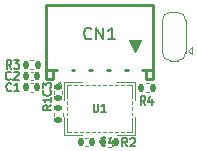
<source format=gto>
G04 #@! TF.GenerationSoftware,KiCad,Pcbnew,8.0.5-8.0.5-0~ubuntu22.04.1*
G04 #@! TF.CreationDate,2024-10-21T19:33:48-07:00*
G04 #@! TF.ProjectId,uSlime_BNO085,75536c69-6d65-45f4-924e-4f3038352e6b,rev?*
G04 #@! TF.SameCoordinates,Original*
G04 #@! TF.FileFunction,Legend,Top*
G04 #@! TF.FilePolarity,Positive*
%FSLAX46Y46*%
G04 Gerber Fmt 4.6, Leading zero omitted, Abs format (unit mm)*
G04 Created by KiCad (PCBNEW 8.0.5-8.0.5-0~ubuntu22.04.1) date 2024-10-21 19:33:48*
%MOMM*%
%LPD*%
G01*
G04 APERTURE LIST*
G04 Aperture macros list*
%AMRoundRect*
0 Rectangle with rounded corners*
0 $1 Rounding radius*
0 $2 $3 $4 $5 $6 $7 $8 $9 X,Y pos of 4 corners*
0 Add a 4 corners polygon primitive as box body*
4,1,4,$2,$3,$4,$5,$6,$7,$8,$9,$2,$3,0*
0 Add four circle primitives for the rounded corners*
1,1,$1+$1,$2,$3*
1,1,$1+$1,$4,$5*
1,1,$1+$1,$6,$7*
1,1,$1+$1,$8,$9*
0 Add four rect primitives between the rounded corners*
20,1,$1+$1,$2,$3,$4,$5,0*
20,1,$1+$1,$4,$5,$6,$7,0*
20,1,$1+$1,$6,$7,$8,$9,0*
20,1,$1+$1,$8,$9,$2,$3,0*%
%AMFreePoly0*
4,1,19,0.550000,-0.750000,0.000000,-0.750000,0.000000,-0.744911,-0.071157,-0.744911,-0.207708,-0.704816,-0.327430,-0.627875,-0.420627,-0.520320,-0.479746,-0.390866,-0.500000,-0.250000,-0.500000,0.250000,-0.479746,0.390866,-0.420627,0.520320,-0.327430,0.627875,-0.207708,0.704816,-0.071157,0.744911,0.000000,0.744911,0.000000,0.750000,0.550000,0.750000,0.550000,-0.750000,0.550000,-0.750000,
$1*%
%AMFreePoly1*
4,1,19,0.000000,0.744911,0.071157,0.744911,0.207708,0.704816,0.327430,0.627875,0.420627,0.520320,0.479746,0.390866,0.500000,0.250000,0.500000,-0.250000,0.479746,-0.390866,0.420627,-0.520320,0.327430,-0.627875,0.207708,-0.704816,0.071157,-0.744911,0.000000,-0.744911,0.000000,-0.750000,-0.550000,-0.750000,-0.550000,0.750000,0.000000,0.750000,0.000000,0.744911,0.000000,0.744911,
$1*%
G04 Aperture macros list end*
%ADD10C,0.150000*%
%ADD11C,0.152400*%
%ADD12C,0.120000*%
%ADD13C,0.254000*%
%ADD14C,0.101600*%
%ADD15RoundRect,0.140000X0.170000X-0.140000X0.170000X0.140000X-0.170000X0.140000X-0.170000X-0.140000X0*%
%ADD16RoundRect,0.140000X-0.140000X-0.170000X0.140000X-0.170000X0.140000X0.170000X-0.140000X0.170000X0*%
%ADD17RoundRect,0.135000X-0.135000X-0.185000X0.135000X-0.185000X0.135000X0.185000X-0.135000X0.185000X0*%
%ADD18C,3.100000*%
%ADD19FreePoly0,90.000000*%
%ADD20R,1.500000X1.000000*%
%ADD21FreePoly1,90.000000*%
%ADD22RoundRect,0.135000X0.135000X0.185000X-0.135000X0.185000X-0.135000X-0.185000X0.135000X-0.185000X0*%
%ADD23C,1.200000*%
%ADD24R,0.250000X0.914400*%
%ADD25R,0.812800X0.250000*%
%ADD26RoundRect,0.135000X-0.185000X0.135000X-0.185000X-0.135000X0.185000X-0.135000X0.185000X0.135000X0*%
G04 APERTURE END LIST*
D10*
X104849366Y-96766666D02*
X104882700Y-96799999D01*
X104882700Y-96799999D02*
X104916033Y-96899999D01*
X104916033Y-96899999D02*
X104916033Y-96966666D01*
X104916033Y-96966666D02*
X104882700Y-97066666D01*
X104882700Y-97066666D02*
X104816033Y-97133333D01*
X104816033Y-97133333D02*
X104749366Y-97166666D01*
X104749366Y-97166666D02*
X104616033Y-97199999D01*
X104616033Y-97199999D02*
X104516033Y-97199999D01*
X104516033Y-97199999D02*
X104382700Y-97166666D01*
X104382700Y-97166666D02*
X104316033Y-97133333D01*
X104316033Y-97133333D02*
X104249366Y-97066666D01*
X104249366Y-97066666D02*
X104216033Y-96966666D01*
X104216033Y-96966666D02*
X104216033Y-96899999D01*
X104216033Y-96899999D02*
X104249366Y-96799999D01*
X104249366Y-96799999D02*
X104282700Y-96766666D01*
X104216033Y-96533333D02*
X104216033Y-96099999D01*
X104216033Y-96099999D02*
X104482700Y-96333333D01*
X104482700Y-96333333D02*
X104482700Y-96233333D01*
X104482700Y-96233333D02*
X104516033Y-96166666D01*
X104516033Y-96166666D02*
X104549366Y-96133333D01*
X104549366Y-96133333D02*
X104616033Y-96099999D01*
X104616033Y-96099999D02*
X104782700Y-96099999D01*
X104782700Y-96099999D02*
X104849366Y-96133333D01*
X104849366Y-96133333D02*
X104882700Y-96166666D01*
X104882700Y-96166666D02*
X104916033Y-96233333D01*
X104916033Y-96233333D02*
X104916033Y-96433333D01*
X104916033Y-96433333D02*
X104882700Y-96499999D01*
X104882700Y-96499999D02*
X104849366Y-96533333D01*
X101483333Y-95799366D02*
X101450000Y-95832700D01*
X101450000Y-95832700D02*
X101350000Y-95866033D01*
X101350000Y-95866033D02*
X101283333Y-95866033D01*
X101283333Y-95866033D02*
X101183333Y-95832700D01*
X101183333Y-95832700D02*
X101116667Y-95766033D01*
X101116667Y-95766033D02*
X101083333Y-95699366D01*
X101083333Y-95699366D02*
X101050000Y-95566033D01*
X101050000Y-95566033D02*
X101050000Y-95466033D01*
X101050000Y-95466033D02*
X101083333Y-95332700D01*
X101083333Y-95332700D02*
X101116667Y-95266033D01*
X101116667Y-95266033D02*
X101183333Y-95199366D01*
X101183333Y-95199366D02*
X101283333Y-95166033D01*
X101283333Y-95166033D02*
X101350000Y-95166033D01*
X101350000Y-95166033D02*
X101450000Y-95199366D01*
X101450000Y-95199366D02*
X101483333Y-95232700D01*
X101750000Y-95232700D02*
X101783333Y-95199366D01*
X101783333Y-95199366D02*
X101850000Y-95166033D01*
X101850000Y-95166033D02*
X102016667Y-95166033D01*
X102016667Y-95166033D02*
X102083333Y-95199366D01*
X102083333Y-95199366D02*
X102116667Y-95232700D01*
X102116667Y-95232700D02*
X102150000Y-95299366D01*
X102150000Y-95299366D02*
X102150000Y-95366033D01*
X102150000Y-95366033D02*
X102116667Y-95466033D01*
X102116667Y-95466033D02*
X101716667Y-95866033D01*
X101716667Y-95866033D02*
X102150000Y-95866033D01*
X111333333Y-101492893D02*
X111100000Y-101159560D01*
X110933333Y-101492893D02*
X110933333Y-100792893D01*
X110933333Y-100792893D02*
X111200000Y-100792893D01*
X111200000Y-100792893D02*
X111266667Y-100826226D01*
X111266667Y-100826226D02*
X111300000Y-100859560D01*
X111300000Y-100859560D02*
X111333333Y-100926226D01*
X111333333Y-100926226D02*
X111333333Y-101026226D01*
X111333333Y-101026226D02*
X111300000Y-101092893D01*
X111300000Y-101092893D02*
X111266667Y-101126226D01*
X111266667Y-101126226D02*
X111200000Y-101159560D01*
X111200000Y-101159560D02*
X110933333Y-101159560D01*
X111600000Y-100859560D02*
X111633333Y-100826226D01*
X111633333Y-100826226D02*
X111700000Y-100792893D01*
X111700000Y-100792893D02*
X111866667Y-100792893D01*
X111866667Y-100792893D02*
X111933333Y-100826226D01*
X111933333Y-100826226D02*
X111966667Y-100859560D01*
X111966667Y-100859560D02*
X112000000Y-100926226D01*
X112000000Y-100926226D02*
X112000000Y-100992893D01*
X112000000Y-100992893D02*
X111966667Y-101092893D01*
X111966667Y-101092893D02*
X111566667Y-101492893D01*
X111566667Y-101492893D02*
X112000000Y-101492893D01*
X109503333Y-101372506D02*
X109470000Y-101405840D01*
X109470000Y-101405840D02*
X109370000Y-101439173D01*
X109370000Y-101439173D02*
X109303333Y-101439173D01*
X109303333Y-101439173D02*
X109203333Y-101405840D01*
X109203333Y-101405840D02*
X109136667Y-101339173D01*
X109136667Y-101339173D02*
X109103333Y-101272506D01*
X109103333Y-101272506D02*
X109070000Y-101139173D01*
X109070000Y-101139173D02*
X109070000Y-101039173D01*
X109070000Y-101039173D02*
X109103333Y-100905840D01*
X109103333Y-100905840D02*
X109136667Y-100839173D01*
X109136667Y-100839173D02*
X109203333Y-100772506D01*
X109203333Y-100772506D02*
X109303333Y-100739173D01*
X109303333Y-100739173D02*
X109370000Y-100739173D01*
X109370000Y-100739173D02*
X109470000Y-100772506D01*
X109470000Y-100772506D02*
X109503333Y-100805840D01*
X110103333Y-100972506D02*
X110103333Y-101439173D01*
X109936667Y-100705840D02*
X109770000Y-101205840D01*
X109770000Y-101205840D02*
X110203333Y-101205840D01*
X101533333Y-94916033D02*
X101300000Y-94582700D01*
X101133333Y-94916033D02*
X101133333Y-94216033D01*
X101133333Y-94216033D02*
X101400000Y-94216033D01*
X101400000Y-94216033D02*
X101466667Y-94249366D01*
X101466667Y-94249366D02*
X101500000Y-94282700D01*
X101500000Y-94282700D02*
X101533333Y-94349366D01*
X101533333Y-94349366D02*
X101533333Y-94449366D01*
X101533333Y-94449366D02*
X101500000Y-94516033D01*
X101500000Y-94516033D02*
X101466667Y-94549366D01*
X101466667Y-94549366D02*
X101400000Y-94582700D01*
X101400000Y-94582700D02*
X101133333Y-94582700D01*
X101766667Y-94216033D02*
X102200000Y-94216033D01*
X102200000Y-94216033D02*
X101966667Y-94482700D01*
X101966667Y-94482700D02*
X102066667Y-94482700D01*
X102066667Y-94482700D02*
X102133333Y-94516033D01*
X102133333Y-94516033D02*
X102166667Y-94549366D01*
X102166667Y-94549366D02*
X102200000Y-94616033D01*
X102200000Y-94616033D02*
X102200000Y-94782700D01*
X102200000Y-94782700D02*
X102166667Y-94849366D01*
X102166667Y-94849366D02*
X102133333Y-94882700D01*
X102133333Y-94882700D02*
X102066667Y-94916033D01*
X102066667Y-94916033D02*
X101866667Y-94916033D01*
X101866667Y-94916033D02*
X101800000Y-94882700D01*
X101800000Y-94882700D02*
X101766667Y-94849366D01*
X108309523Y-92359580D02*
X108261904Y-92407200D01*
X108261904Y-92407200D02*
X108119047Y-92454819D01*
X108119047Y-92454819D02*
X108023809Y-92454819D01*
X108023809Y-92454819D02*
X107880952Y-92407200D01*
X107880952Y-92407200D02*
X107785714Y-92311961D01*
X107785714Y-92311961D02*
X107738095Y-92216723D01*
X107738095Y-92216723D02*
X107690476Y-92026247D01*
X107690476Y-92026247D02*
X107690476Y-91883390D01*
X107690476Y-91883390D02*
X107738095Y-91692914D01*
X107738095Y-91692914D02*
X107785714Y-91597676D01*
X107785714Y-91597676D02*
X107880952Y-91502438D01*
X107880952Y-91502438D02*
X108023809Y-91454819D01*
X108023809Y-91454819D02*
X108119047Y-91454819D01*
X108119047Y-91454819D02*
X108261904Y-91502438D01*
X108261904Y-91502438D02*
X108309523Y-91550057D01*
X108738095Y-92454819D02*
X108738095Y-91454819D01*
X108738095Y-91454819D02*
X109309523Y-92454819D01*
X109309523Y-92454819D02*
X109309523Y-91454819D01*
X110309523Y-92454819D02*
X109738095Y-92454819D01*
X110023809Y-92454819D02*
X110023809Y-91454819D01*
X110023809Y-91454819D02*
X109928571Y-91597676D01*
X109928571Y-91597676D02*
X109833333Y-91692914D01*
X109833333Y-91692914D02*
X109738095Y-91740533D01*
X101533333Y-96749366D02*
X101500000Y-96782700D01*
X101500000Y-96782700D02*
X101400000Y-96816033D01*
X101400000Y-96816033D02*
X101333333Y-96816033D01*
X101333333Y-96816033D02*
X101233333Y-96782700D01*
X101233333Y-96782700D02*
X101166667Y-96716033D01*
X101166667Y-96716033D02*
X101133333Y-96649366D01*
X101133333Y-96649366D02*
X101100000Y-96516033D01*
X101100000Y-96516033D02*
X101100000Y-96416033D01*
X101100000Y-96416033D02*
X101133333Y-96282700D01*
X101133333Y-96282700D02*
X101166667Y-96216033D01*
X101166667Y-96216033D02*
X101233333Y-96149366D01*
X101233333Y-96149366D02*
X101333333Y-96116033D01*
X101333333Y-96116033D02*
X101400000Y-96116033D01*
X101400000Y-96116033D02*
X101500000Y-96149366D01*
X101500000Y-96149366D02*
X101533333Y-96182700D01*
X102200000Y-96816033D02*
X101800000Y-96816033D01*
X102000000Y-96816033D02*
X102000000Y-96116033D01*
X102000000Y-96116033D02*
X101933333Y-96216033D01*
X101933333Y-96216033D02*
X101866667Y-96282700D01*
X101866667Y-96282700D02*
X101800000Y-96316033D01*
D11*
X108498295Y-97937727D02*
X108498295Y-98471510D01*
X108498295Y-98471510D02*
X108529694Y-98534308D01*
X108529694Y-98534308D02*
X108561093Y-98565708D01*
X108561093Y-98565708D02*
X108623891Y-98597107D01*
X108623891Y-98597107D02*
X108749487Y-98597107D01*
X108749487Y-98597107D02*
X108812285Y-98565708D01*
X108812285Y-98565708D02*
X108843684Y-98534308D01*
X108843684Y-98534308D02*
X108875083Y-98471510D01*
X108875083Y-98471510D02*
X108875083Y-97937727D01*
X109534463Y-98597107D02*
X109157675Y-98597107D01*
X109346069Y-98597107D02*
X109346069Y-97937727D01*
X109346069Y-97937727D02*
X109283271Y-98031924D01*
X109283271Y-98031924D02*
X109220473Y-98094722D01*
X109220473Y-98094722D02*
X109157675Y-98126121D01*
D10*
X112883333Y-97966033D02*
X112650000Y-97632700D01*
X112483333Y-97966033D02*
X112483333Y-97266033D01*
X112483333Y-97266033D02*
X112750000Y-97266033D01*
X112750000Y-97266033D02*
X112816667Y-97299366D01*
X112816667Y-97299366D02*
X112850000Y-97332700D01*
X112850000Y-97332700D02*
X112883333Y-97399366D01*
X112883333Y-97399366D02*
X112883333Y-97499366D01*
X112883333Y-97499366D02*
X112850000Y-97566033D01*
X112850000Y-97566033D02*
X112816667Y-97599366D01*
X112816667Y-97599366D02*
X112750000Y-97632700D01*
X112750000Y-97632700D02*
X112483333Y-97632700D01*
X113483333Y-97499366D02*
X113483333Y-97966033D01*
X113316667Y-97232700D02*
X113150000Y-97732700D01*
X113150000Y-97732700D02*
X113583333Y-97732700D01*
X104916033Y-98016666D02*
X104582700Y-98249999D01*
X104916033Y-98416666D02*
X104216033Y-98416666D01*
X104216033Y-98416666D02*
X104216033Y-98149999D01*
X104216033Y-98149999D02*
X104249366Y-98083333D01*
X104249366Y-98083333D02*
X104282700Y-98049999D01*
X104282700Y-98049999D02*
X104349366Y-98016666D01*
X104349366Y-98016666D02*
X104449366Y-98016666D01*
X104449366Y-98016666D02*
X104516033Y-98049999D01*
X104516033Y-98049999D02*
X104549366Y-98083333D01*
X104549366Y-98083333D02*
X104582700Y-98149999D01*
X104582700Y-98149999D02*
X104582700Y-98416666D01*
X104916033Y-97349999D02*
X104916033Y-97749999D01*
X104916033Y-97549999D02*
X104216033Y-97549999D01*
X104216033Y-97549999D02*
X104316033Y-97616666D01*
X104316033Y-97616666D02*
X104382700Y-97683333D01*
X104382700Y-97683333D02*
X104416033Y-97749999D01*
D12*
X105140000Y-97057836D02*
X105140000Y-96842164D01*
X105860000Y-97057836D02*
X105860000Y-96842164D01*
X103162164Y-95190000D02*
X103377836Y-95190000D01*
X103162164Y-95910000D02*
X103377836Y-95910000D01*
X109696359Y-100770000D02*
X110003641Y-100770000D01*
X109696359Y-101530000D02*
X110003641Y-101530000D01*
X107792164Y-100790000D02*
X108007836Y-100790000D01*
X107792164Y-101510000D02*
X108007836Y-101510000D01*
X114307500Y-93600000D02*
X114307500Y-90800000D01*
X115007500Y-90150000D02*
X115607500Y-90150000D01*
X115607500Y-94250000D02*
X115007500Y-94250000D01*
X116307500Y-90800000D02*
X116307500Y-93600000D01*
X116507500Y-93400000D02*
X116807500Y-93100000D01*
X116507500Y-93400000D02*
X116807500Y-93700000D01*
X116807500Y-93700000D02*
X116807500Y-93100000D01*
X114307500Y-90850000D02*
G75*
G02*
X115007500Y-90150000I700000J0D01*
G01*
X115007500Y-94250000D02*
G75*
G02*
X114307500Y-93550000I-1J699999D01*
G01*
X115607500Y-90150000D02*
G75*
G02*
X116307500Y-90850000I0J-700000D01*
G01*
X116307500Y-93550000D02*
G75*
G02*
X115607500Y-94250000I-699999J-1D01*
G01*
X103403641Y-94220000D02*
X103096359Y-94220000D01*
X103403641Y-94980000D02*
X103096359Y-94980000D01*
D13*
X104495000Y-95800000D02*
X105045000Y-95800000D01*
X104505000Y-95800000D02*
X104505000Y-89500000D01*
X105045000Y-95800000D02*
X105045000Y-95041000D01*
X105365000Y-95040000D02*
X104496000Y-95040000D01*
X106875000Y-95041000D02*
X106635000Y-95041000D01*
X108375000Y-95041000D02*
X108135000Y-95041000D01*
X109875000Y-95041000D02*
X109635000Y-95041000D01*
X111375000Y-95041000D02*
X111135000Y-95041000D01*
X112955000Y-95800000D02*
X112955000Y-95041000D01*
X113505000Y-89500000D02*
X104505000Y-89500000D01*
X113505000Y-89500000D02*
X113505000Y-95800000D01*
X113505000Y-95041000D02*
X112635000Y-95041000D01*
X113505000Y-95800000D02*
X112955000Y-95800000D01*
D12*
X112005000Y-93500000D02*
X111505000Y-92500000D01*
X112505000Y-92500000D01*
X112005000Y-93500000D01*
G36*
X112005000Y-93500000D02*
G01*
X111505000Y-92500000D01*
X112505000Y-92500000D01*
X112005000Y-93500000D01*
G37*
X103162164Y-96140000D02*
X103377836Y-96140000D01*
X103162164Y-96860000D02*
X103377836Y-96860000D01*
D14*
X106000680Y-96050000D02*
X106000680Y-97550000D01*
X106000680Y-99050000D02*
X106000680Y-100550000D01*
X106250690Y-96299990D02*
X106250690Y-100299980D01*
X107500680Y-96050000D02*
X106000680Y-96050000D01*
X107500680Y-100550000D02*
X106000680Y-100550000D01*
X111750680Y-96299990D02*
X106250690Y-96299990D01*
X111750680Y-96299990D02*
X111750680Y-100299980D01*
X111750680Y-100299980D02*
X106250690Y-100299980D01*
X112000670Y-96050000D02*
X110500670Y-96050000D01*
X112000670Y-96050000D02*
X112000670Y-97550000D01*
X112000670Y-99050000D02*
X112000670Y-100550000D01*
X112000670Y-100550000D02*
X110500670Y-100550000D01*
D13*
X105754200Y-96316930D02*
G75*
G02*
X105504260Y-96316930I-124970J0D01*
G01*
X105504260Y-96316930D02*
G75*
G02*
X105754200Y-96316930I124970J0D01*
G01*
D12*
X113203641Y-96170000D02*
X112896359Y-96170000D01*
X113203641Y-96930000D02*
X112896359Y-96930000D01*
X105120000Y-98646359D02*
X105120000Y-98953641D01*
X105880000Y-98646359D02*
X105880000Y-98953641D01*
%LPC*%
D15*
X105500000Y-97430000D03*
X105500000Y-96470000D03*
D16*
X102790000Y-95550000D03*
X103750000Y-95550000D03*
D17*
X109340000Y-101150000D03*
X110360000Y-101150000D03*
D18*
X115100000Y-99900000D03*
D16*
X107420000Y-101150000D03*
X108380000Y-101150000D03*
D19*
X115307500Y-93500000D03*
D20*
X115307500Y-92200000D03*
D21*
X115307500Y-90900000D03*
D22*
X103760000Y-94600000D03*
X102740000Y-94600000D03*
D23*
X112005000Y-94500000D03*
X110505000Y-94500000D03*
X109005000Y-94500000D03*
X107505000Y-94500000D03*
X106005000Y-94500000D03*
D16*
X102790000Y-96500000D03*
X103750000Y-96500000D03*
D24*
X106753280Y-96622660D03*
D25*
X106562280Y-97549990D03*
X106562280Y-98053060D03*
X106562280Y-98553060D03*
X106562280Y-99053050D03*
D24*
X106753280Y-99975460D03*
X107253280Y-99975460D03*
X107753280Y-99975460D03*
X108253280Y-99975460D03*
X108753280Y-99975460D03*
X109253280Y-99975460D03*
X109753280Y-99975460D03*
X110253280Y-99975460D03*
X110753280Y-99975460D03*
X111261280Y-99975460D03*
D25*
X111388280Y-99053060D03*
X111388280Y-98553060D03*
X111388280Y-98053060D03*
X111388280Y-97549990D03*
D24*
X111261280Y-96622660D03*
X110753280Y-96622660D03*
X110253280Y-96622660D03*
X109753280Y-96622660D03*
X109253280Y-96622660D03*
X108753280Y-96622660D03*
X108253280Y-96622660D03*
X107753280Y-96622660D03*
X107253280Y-96622660D03*
D22*
X113560000Y-96550000D03*
X112540000Y-96550000D03*
D26*
X105500000Y-98290000D03*
X105500000Y-99310000D03*
D18*
X102900000Y-99900000D03*
%LPD*%
M02*

</source>
